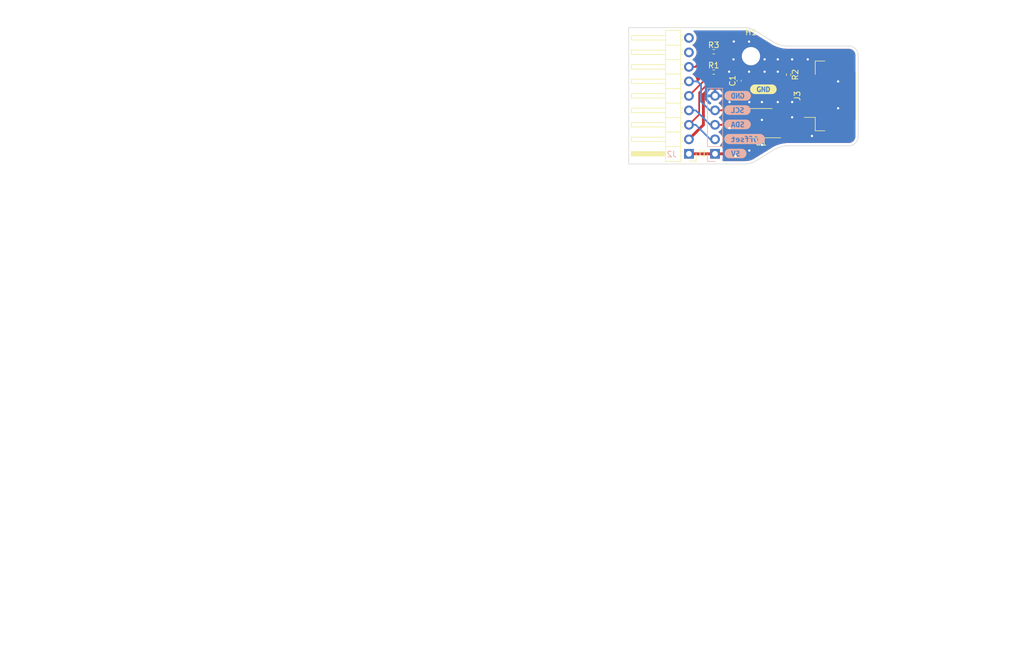
<source format=kicad_pcb>
(kicad_pcb (version 20240108) (generator "pcbnew") (generator_version "8.0")
  (layers (0 "F.Cu" signal) (31 "B.Cu" signal) (34 "B.Paste" user) (35 "F.Paste" user) (36 "B.SilkS" user "B.Silkscreen") (37 "F.SilkS" user "F.Silkscreen") (38 "B.Mask" user) (39 "F.Mask" user) (44 "Edge.Cuts" user))
  (net 0 "")
  (net 1 "Offset")
  (net 2 "GND")
  (net 3 "+5V")
  (net 4 "-5V")
  (net 5 "SDA")
  (net 6 "Net-(J1-Pad5)")
  (net 7 "SCL")
  (net 8 "Net-(J1-Pad7)")
  (net 9 "-12V")
  (net 10 "+12V")
  (footprint "MountingHole:MountingHole_3.2mm_M3" (layer "F.Cu") (at 151.58 82.54)
    (property "Reference" "H1" (at 0 -4.2 0) (layer "F.SilkS"))
    (property "Value" "MountingHole")
    (pad "" np_thru_hole circle (at 0 0) (size 3.2 3.2) (drill 3.2) (layers "*.Cu" "*.Mask"))
  )
  (footprint "Resistor_SMD:R_0402_1005Metric_Pad0.72x0.64mm_HandSolder" (layer "F.Cu") (at 145.055 85.33)
    (property "Reference" "R1" (at 0 -1.17 0) (layer "F.SilkS"))
    (property "Value" "46.4k")
    (fp_line (start -0.167621 -0.38) (end 0.167621 -0.38) (stroke (width 0.12)) (layer "F.SilkS"))
    (fp_line (start -0.167621 0.38) (end 0.167621 0.38) (stroke (width 0.12)) (layer "F.SilkS"))
    (pad "1" smd roundrect (at -0.5975 0) (size 0.715 0.64) (layers "F.Cu" "F.Paste" "F.Mask") (net 6 "Net-(J1-Pad5)"))
    (pad "2" smd roundrect (at 0.5975 0) (size 0.715 0.64) (layers "F.Cu" "F.Paste" "F.Mask") (net 2 "GND"))
  )
  (footprint "Resistor_SMD:R_0402_1005Metric_Pad0.72x0.64mm_HandSolder" (layer "F.Cu") (at 145.055 81.755)
    (property "Reference" "R3" (at 0 -1.17 0) (layer "F.SilkS"))
    (property "Value" "10k")
    (fp_line (start -0.167621 -0.38) (end 0.167621 -0.38) (stroke (width 0.12)) (layer "F.SilkS"))
    (fp_line (start -0.167621 0.38) (end 0.167621 0.38) (stroke (width 0.12)) (layer "F.SilkS"))
    (pad "1" smd roundrect (at -0.5975 0) (size 0.715 0.64) (layers "F.Cu" "F.Paste" "F.Mask") (net 8 "Net-(J1-Pad7)"))
    (pad "2" smd roundrect (at 0.5975 0) (size 0.715 0.64) (layers "F.Cu" "F.Paste" "F.Mask") (net 2 "GND"))
  )
  (footprint "Connector_Molex:Molex_CLIK-Mate_502494-0470_1x04-1MP_P2.00mm_Horizontal" (layer "F.Cu") (at 164.755 89.505 90)
    (property "Reference" "J3" (at 0 -5.05 90) (layer "F.SilkS"))
    (property "Value" "Molex 502494-0470")
    (fp_line (start 6.11 -1.91) (end 3.76 -1.91) (stroke (width 0.12)) (layer "F.SilkS"))
    (fp_line (start -3.76 -1.91) (end -3.76 -3.85) (stroke (width 0.12)) (layer "F.SilkS"))
    (fp_line (start -6.11 -1.91) (end -3.76 -1.91) (stroke (width 0.12)) (layer "F.SilkS"))
    (fp_line (start 6.11 -0.21) (end 6.11 -1.91) (stroke (width 0.12)) (layer "F.SilkS"))
    (fp_line (start -6.11 -0.21) (end -6.11 -1.91) (stroke (width 0.12)) (layer "F.SilkS"))
    (fp_line (start -4.19 5.26) (end 4.19 5.26) (stroke (width 0.12)) (layer "F.SilkS"))
    (pad "1" smd roundrect (at -3 -2.5 90) (size 1 2.7) (layers "F.Cu" "F.Paste" "F.Mask") (net 3 "+5V"))
    (pad "2" smd roundrect (at -1 -2.5 90) (size 1 2.7) (layers "F.Cu" "F.Paste" "F.Mask") (net 2 "GND"))
    (pad "3" smd roundrect (at 1 -2.5 90) (size 1 2.7) (layers "F.Cu" "F.Paste" "F.Mask") (net 4 "-5V"))
    (pad "4" smd roundrect (at 3 -2.5 90) (size 1 2.7) (layers "F.Cu" "F.Paste" "F.Mask") (net 1 "Offset"))
    (pad "MP" smd roundrect (at -5.35 1.95 90) (size 1.8 3.8) (layers "F.Cu" "F.Paste" "F.Mask") (roundrect_rratio 0.1388888889))
    (pad "MP" smd roundrect (at 5.35 1.95 90) (size 1.8 3.8) (layers "F.Cu" "F.Paste" "F.Mask") (roundrect_rratio 0.1388888889))
  )
  (footprint "Package_SO:SOIC-8_3.9x4.9mm_P1.27mm" (layer "F.Cu") (at 153.355 94.28 180)
    (property "Reference" "U1" (at 0 -3.4 0) (layer "F.SilkS"))
    (property "Value" "M24C02-FMN")
    (fp_line (start 0 2.56) (end 1.95 2.56) (stroke (width 0.12)) (layer "F.SilkS"))
    (fp_line (start 0 2.56) (end -1.95 2.56) (stroke (width 0.12)) (layer "F.SilkS"))
    (fp_line (start 0 -2.56) (end 1.95 -2.56) (stroke (width 0.12)) (layer "F.SilkS"))
    (fp_line (start 0 -2.56) (end -3.45 -2.56) (stroke (width 0.12)) (layer "F.SilkS"))
    (pad "1" smd roundrect (at -2.475 -1.905 180) (size 1.95 0.6) (layers "F.Cu" "F.Paste" "F.Mask") (net 3 "+5V"))
    (pad "2" smd roundrect (at -2.475 -0.635 180) (size 1.95 0.6) (layers "F.Cu" "F.Paste" "F.Mask") (net 2 "GND"))
    (pad "3" smd roundrect (at -2.475 0.635 180) (size 1.95 0.6) (layers "F.Cu" "F.Paste" "F.Mask") (net 2 "GND"))
    (pad "4" smd roundrect (at -2.475 1.905 180) (size 1.95 0.6) (layers "F.Cu" "F.Paste" "F.Mask") (net 2 "GND"))
    (pad "5" smd roundrect (at 2.475 1.905 180) (size 1.95 0.6) (layers "F.Cu" "F.Paste" "F.Mask") (net 5 "SDA"))
    (pad "6" smd roundrect (at 2.475 0.635 180) (size 1.95 0.6) (layers "F.Cu" "F.Paste" "F.Mask") (net 7 "SCL"))
    (pad "7" smd roundrect (at 2.475 -0.635 180) (size 1.95 0.6) (layers "F.Cu" "F.Paste" "F.Mask") (net 2 "GND"))
    (pad "8" smd roundrect (at 2.475 -1.905 180) (size 1.95 0.6) (layers "F.Cu" "F.Paste" "F.Mask") (net 3 "+5V"))
  )
  (footprint "Resistor_SMD:R_0402_1005Metric_Pad0.72x0.64mm_HandSolder" (layer "F.Cu") (at 158.18 85.78 -90)
    (property "Reference" "R2" (at 0 -1.17 90) (layer "F.SilkS"))
    (property "Value" "4k7")
    (fp_line (start -0.167621 0.38) (end 0.167621 0.38) (stroke (width 0.12)) (layer "F.SilkS"))
    (fp_line (start -0.167621 -0.38) (end 0.167621 -0.38) (stroke (width 0.12)) (layer "F.SilkS"))
    (pad "1" smd roundrect (at -0.5975 0 270) (size 0.715 0.64) (layers "F.Cu" "F.Paste" "F.Mask") (net 2 "GND"))
    (pad "2" smd roundrect (at 0.5975 0 270) (size 0.715 0.64) (layers "F.Cu" "F.Paste" "F.Mask") (net 1 "Offset"))
  )
  (footprint "Capacitor_SMD:C_0402_1005Metric_Pad0.74x0.62mm_HandSolder" (layer "F.Cu") (at 149.505 86.855 90)
    (property "Reference" "C1" (at 0 -1.16 90) (layer "F.SilkS"))
    (property "Value" "100nF")
    (fp_line (start -0.115835 -0.36) (end 0.115835 -0.36) (stroke (width 0.12)) (layer "F.SilkS"))
    (fp_line (start -0.115835 0.36) (end 0.115835 0.36) (stroke (width 0.12)) (layer "F.SilkS"))
    (pad "1" smd roundrect (at -0.5675 0 90) (size 0.735 0.62) (layers "F.Cu" "F.Paste" "F.Mask") (net 1 "Offset"))
    (pad "2" smd roundrect (at 0.5675 0 90) (size 0.735 0.62) (layers "F.Cu" "F.Paste" "F.Mask") (net 2 "GND"))
  )
  (footprint "Connector_PinHeader_2.54mm:PinHeader_1x09_P2.54mm_Horizontal" (layer "F.Cu") (at 140.705 99.655 180)
    (property "Reference" "J1" (at -2.3 0.05 0) (layer "F.SilkS"))
    (property "Value" "Conn_01x09")
    (fp_line (start 10.1 20.7) (end 4.1 20.7) (stroke (width 0.12)) (layer "F.SilkS"))
    (fp_line (start 10.1 19.94) (end 10.1 20.7) (stroke (width 0.12)) (layer "F.SilkS"))
    (fp_line (start 10.1 18.16) (end 4.1 18.16) (stroke (width 0.12)) (layer "F.SilkS"))
    (fp_line (start 10.1 17.4) (end 10.1 18.16) (stroke (width 0.12)) (layer "F.SilkS"))
    (fp_line (start 10.1 15.62) (end 4.1 15.62) (stroke (width 0.12)) (layer "F.SilkS"))
    (fp_line (start 10.1 14.86) (end 10.1 15.62) (stroke (width 0.12)) (layer "F.SilkS"))
    (fp_line (start 10.1 13.08) (end 4.1 13.08) (stroke (width 0.12)) (layer "F.SilkS"))
    (fp_line (start 10.1 12.32) (end 10.1 13.08) (stroke (width 0.12)) (layer "F.SilkS"))
    (fp_line (start 10.1 10.54) (end 4.1 10.54) (stroke (width 0.12)) (layer "F.SilkS"))
    (fp_line (start 10.1 9.78) (end 10.1 10.54) (stroke (width 0.12)) (layer "F.SilkS"))
    (fp_line (start 10.1 8) (end 4.1 8) (stroke (width 0.12)) (layer "F.SilkS"))
    (fp_line (start 10.1 7.24) (end 10.1 8) (stroke (width 0.12)) (layer "F.SilkS"))
    (fp_line (start 10.1 5.46) (end 4.1 5.46) (stroke (width 0.12)) (layer "F.SilkS"))
    (fp_line (start 10.1 4.7) (end 10.1 5.46) (stroke (width 0.12)) (layer "F.SilkS"))
    (fp_line (start 10.1 2.92) (end 4.1 2.92) (stroke (width 0.12)) (layer "F.SilkS"))
    (fp_line (start 10.1 2.16) (end 10.1 2.92) (stroke (width 0.12)) (layer "F.SilkS"))
    (fp_line (start 10.1 0.38) (end 4.1 0.38) (stroke (width 0.12)) (layer "F.SilkS"))
    (fp_line (start 10.1 -0.38) (end 10.1 0.38) (stroke (width 0.12)) (layer "F.SilkS"))
    (fp_line (start 4.1 21.65) (end 4.1 -1.33) (stroke (width 0.12)) (layer "F.SilkS"))
    (fp_line (start 4.1 19.94) (end 10.1 19.94) (stroke (width 0.12)) (layer "F.SilkS"))
    (fp_line (start 4.1 17.4) (end 10.1 17.4) (stroke (width 0.12)) (layer "F.SilkS"))
    (fp_line (start 4.1 14.86) (end 10.1 14.86) (stroke (width 0.12)) (layer "F.SilkS"))
    (fp_line (start 4.1 12.32) (end 10.1 12.32) (stroke (width 0.12)) (layer "F.SilkS"))
    (fp_line (start 4.1 9.78) (end 10.1 9.78) (stroke (width 0.12)) (layer "F.SilkS"))
    (fp_line (start 4.1 7.24) (end 10.1 7.24) (stroke (width 0.12)) (layer "F.SilkS"))
    (fp_line (start 4.1 4.7) (end 10.1 4.7) (stroke (width 0.12)) (layer "F.SilkS"))
    (fp_line (start 4.1 2.16) (end 10.1 2.16) (stroke (width 0.12)) (layer "F.SilkS"))
    (fp_line (start 4.1 0.28) (end 10.1 0.28) (stroke (width 0.12)) (layer "F.SilkS"))
    (fp_line (start 4.1 0.16) (end 10.1 0.16) (stroke (width 0.12)) (layer "F.SilkS"))
    (fp_line (start 4.1 0.04) (end 10.1 0.04) (stroke (width 0.12)) (layer "F.SilkS"))
    (fp_line (start 4.1 -0.08) (end 10.1 -0.08) (stroke (width 0.12)) (layer "F.SilkS"))
    (fp_line (start 4.1 -0.2) (end 10.1 -0.2) (stroke (width 0.12)) (layer "F.SilkS"))
    (fp_line (start 4.1 -0.32) (end 10.1 -0.32) (stroke (width 0.12)) (layer "F.SilkS"))
    (fp_line (start 4.1 -0.38) (end 10.1 -0.38) (stroke (width 0.12)) (layer "F.SilkS"))
    (fp_line (start 4.1 -1.33) (end 1.44 -1.33) (stroke (width 0.12)) (layer "F.SilkS"))
    (fp_line (start 1.44 21.65) (end 4.1 21.65) (stroke (width 0.12)) (layer "F.SilkS"))
    (fp_line (start 1.44 19.05) (end 4.1 19.05) (stroke (width 0.12)) (layer "F.SilkS"))
    (fp_line (start 1.44 16.51) (end 4.1 16.51) (stroke (width 0.12)) (layer "F.SilkS"))
    (fp_line (start 1.44 13.97) (end 4.1 13.97) (stroke (width 0.12)) (layer "F.SilkS"))
    (fp_line (start 1.44 11.43) (end 4.1 11.43) (stroke (width 0.12)) (layer "F.SilkS"))
    (fp_line (start 1.44 8.89) (end 4.1 8.89) (stroke (width 0.12)) (layer "F.SilkS"))
    (fp_line (start 1.44 6.35) (end 4.1 6.35) (stroke (width 0.12)) (layer "F.SilkS"))
    (fp_line (start 1.44 3.81) (end 4.1 3.81) (stroke (width 0.12)) (layer "F.SilkS"))
    (fp_line (start 1.44 1.27) (end 4.1 1.27) (stroke (width 0.12)) (layer "F.SilkS"))
    (fp_line (start 1.44 -1.33) (end 1.44 21.65) (stroke (width 0.12)) (layer "F.SilkS"))
    (fp_line (start 1.11 0.38) (end 1.44 0.38) (stroke (width 0.12)) (layer "F.SilkS"))
    (fp_line (start 1.11 -0.38) (end 1.44 -0.38) (stroke (width 0.12)) (layer "F.SilkS"))
    (fp_line (start 1.042929 20.7) (end 1.44 20.7) (stroke (width 0.12)) (layer "F.SilkS"))
    (fp_line (start 1.042929 19.94) (end 1.44 19.94) (stroke (width 0.12)) (layer "F.SilkS"))
    (fp_line (start 1.042929 18.16) (end 1.44 18.16) (stroke (width 0.12)) (layer "F.SilkS"))
    (fp_line (start 1.042929 17.4) (end 1.44 17.4) (stroke (width 0.12)) (layer "F.SilkS"))
    (fp_line (start 1.042929 15.62) (end 1.44 15.62) (stroke (width 0.12)) (layer "F.SilkS"))
    (fp_line (start 1.042929 14.86) (end 1.44 14.86) (stroke (width 0.12)) (layer "F.SilkS"))
    (fp_line (start 1.042929 13.08) (end 1.44 13.08) (stroke (width 0.12)) (layer "F.SilkS"))
    (fp_line (start 1.042929 12.32) (end 1.44 12.32) (stroke (width 0.12)) (layer "F.SilkS"))
    (fp_line (start 1.042929 10.54) (end 1.44 10.54) (stroke (width 0.12)) (layer "F.SilkS"))
    (fp_line (start 1.042929 9.78) (end 1.44 9.78) (stroke (width 0.12)) (layer "F.SilkS"))
    (fp_line (start 1.042929 8) (end 1.44 8) (stroke (width 0.12)) (layer "F.SilkS"))
    (fp_line (start 1.042929 7.24) (end 1.44 7.24) (stroke (width 0.12)) (layer "F.SilkS"))
    (fp_line (start 1.042929 5.46) (end 1.44 5.46) (stroke (width 0.12)) (layer "F.SilkS"))
    (fp_line (start 1.042929 4.7) (end 1.44 4.7) (stroke (width 0.12)) (layer "F.SilkS"))
    (fp_line (start 1.042929 2.92) (end 1.44 2.92) (stroke (width 0.12)) (layer "F.SilkS"))
    (fp_line (start 1.042929 2.16) (end 1.44 2.16) (stroke (width 0.12)) (layer "F.SilkS"))
    (fp_line (start -1.27 0) (end -1.27 -1.27) (stroke (width 0.12)) (layer "F.SilkS"))
    (fp_line (start -1.27 -1.27) (end 0 -1.27) (stroke (width 0.12)) (layer "F.SilkS"))
    (pad "1" thru_hole rect (at 0 0 180) (size 1.7 1.7) (drill 1) (layers "*.Cu" "*.Mask") (net 3 "+5V"))
    (pad "2" thru_hole oval (at 0 2.54 180) (size 1.7 1.7) (drill 1) (layers "*.Cu" "*.Mask") (net 4 "-5V"))
    (pad "3" thru_hole oval (at 0 5.08 180) (size 1.7 1.7) (drill 1) (layers "*.Cu" "*.Mask") (net 1 "Offset"))
    (pad "4" thru_hole oval (at 0 7.62 180) (size 1.7 1.7) (drill 1) (layers "*.Cu" "*.Mask") (net 5 "SDA"))
    (pad "5" thru_hole oval (at 0 10.16 180) (size 1.7 1.7) (drill 1) (layers "*.Cu" "*.Mask") (net 6 "Net-(J1-Pad5)"))
    (pad "6" thru_hole oval (at 0 12.7 180) (size 1.7 1.7) (drill 1) (layers "*.Cu" "*.Mask") (net 7 "SCL"))
    (pad "7" thru_hole oval (at 0 15.24 180) (size 1.7 1.7) (drill 1) (layers "*.Cu" "*.Mask") (net 8 "Net-(J1-Pad7)"))
    (pad "8" thru_hole oval (at 0 17.78 180) (size 1.7 1.7) (drill 1) (layers "*.Cu" "*.Mask") (net 9 "-12V"))
    (pad "9" thru_hole oval (at 0 20.32 180) (size 1.7 1.7) (drill 1) (layers "*.Cu" "*.Mask") (net 10 "+12V"))
  )
  (footprint "kibuzzard-63088F52" (layer "F.Cu") (at 153.76 88.34)
    (property "Reference" "kibuzzard-63088F52" (hide yes))
    (property "Value" "G***" (hide yes))
    (fp_poly (pts (xy 0.677863 0.333375) (xy 0.695325 0.334962) (xy 0.712788 0.334962) (xy 0.824706 0.309562) (xy 0.897731 0.239712) (xy 0.937419 0.134144) (xy 0.946348 0.070048) (xy 0.949325 0) (xy 0.9398 -0.123825) (xy 0.906463 -0.230188) (xy 0.841375 -0.304006) (xy 0.735013 -0.331788) (xy 0.706438 -0.330994) (xy 0.677863 -0.327025) (xy 0.677863 0.333375)) (fill solid) (layer "F.SilkS"))
    (fp_poly (pts (xy -1.147762 -0.843492) (xy -1.478492 -0.843492) (xy -1.561168 -0.83943) (xy -1.643049 -0.827284) (xy -1.723344 -0.807171) (xy -1.801282 -0.779285) (xy -1.876111 -0.743893) (xy -1.947111 -0.701338) (xy -2.013597 -0.652028) (xy -2.07493 -0.596439) (xy -2.13052 -0.535105) (xy -2.179829 -0.468619) (xy -2.222385 -0.397619) (xy -2.257776 -0.32279) (xy -2.285663 -0.244853) (xy -2.305776 -0.164557) (xy -2.317922 -0.082677) (xy -2.321983 0) (xy -2.317922 0.082677) (xy -2.305776 0.164557) (xy -2.285663 0.244853) (xy -2.257776 0.32279) (xy -2.222385 0.397619) (xy -2.179829 0.468619) (xy -2.13052 0.535105) (xy -2.07493 0.596439) (xy -2.013597 0.652028) (xy -1.947111 0.701338) (xy -1.876111 0.743893) (xy -1.801282 0.779285) (xy -1.723344 0.807171) (xy -1.643049 0.827284) (xy -1.561168 0.83943) (xy -1.478492 0.843492) (xy -1.147762 0.843492) (xy -0.746125 0.843492) (xy -0.746125 0.512762) (xy -0.833636 0.504627) (xy -0.912019 0.480219) (xy -0.98048 0.439737) (xy -1.038225 0.383381) (xy -1.084659 0.31115) (xy -1.119187 0.223044) (xy -1.140619 0.119261) (xy -1.147762 0) (xy -1.139428 -0.11807) (xy -1.114425 -0.221456) (xy -1.075134 -0.309761) (xy -1.023937 -0.382588) (xy -0.961628 -0.439539) (xy -0.889 -0.480219) (xy -0.808434 -0.504627) (xy -0.722312 -0.512763) (xy -0.619919 -0.504031) (xy -0.541337 -0.484188) (xy -0.486569 -0.460375) (xy -0.454025 -0.441325) (xy -0.504825 -0.28575) (xy -0.59055 -0.325438) (xy -0.695325 -0.3429) (xy -0.8128 -0.3175) (xy -0.891381 -0.246856) (xy -0.935831 -0.138906) (xy -0.945952 -0.072827) (xy -0.949325 0) (xy -0.943151 0.107156) (xy -0.924631 0.193675) (xy -0.893762 0.259556) (xy -0.825103 0.322064) (xy -0.73025 0.3429) (xy -0.69215 0.341312) (xy -0.65405 0.33655) (xy -0.65405 -0.022225) (xy -0.458787 -0.022225) (xy -0.458787 0.468312) (xy -0.567531 0.496887) (xy -0.649089 0.508794) (xy -0.746125 0.512762) (xy -0.746125 0.843492) (xy 0.166688 0.843492) (xy 0.166688 0.492125) (xy 0.120915 0.383205) (xy 0.072496 0.274461) (xy 0.021431 0.165894) (xy -0.032279 0.057326) (xy -0.088635 -0.051417) (xy -0.147637 -0.160338) (xy -0.147637 0.492125) (xy -0.32385 0.492125) (xy -0.32385 -0.490538) (xy -0.166687 -0.490538) (xy -0.122237 -0.417711) (xy -0.077787 -0.338931) (xy -0.033933 -0.257373) (xy 0.008731 -0.176213) (xy 0.049213 -0.096441) (xy 0.086519 -0.01905) (xy 0.119658 0.052387) (xy 0.147638 0.1143) (xy 0.147638 -0.490538) (xy 0.32385 -0.490538) (xy 0.32385 0.492125) (xy 0.166688 0.492125) (xy 0.166688 0.843492) (xy 0.69215 0.843492) (xy 0.69215 0.504825) (xy 0.589756 0.499269) (xy 0.4826 0.481012) (xy 0.4826 -0.477838) (xy 0.608013 -0.496888) (xy 0.71755 -0.50165) (xy 0.81022 -0.494506) (xy 0.894556 -0.473075) (xy 0.968573 -0.436364) (xy 1.030288 -0.383381) (xy 1.079698 -0.313928) (xy 1.116806 -0.227806) (xy 1.140023 -0.123627) (xy 1.147763 0) (xy 1.13923 0.126405) (xy 1.113631 0.232569) (xy 1.072952 0.319683) (xy 1.019175 0.388937) (xy 0.953095 0.441127) (xy 0.875506 0.477044) (xy 0.787995 0.49788) (xy 0.69215 0.504825) (xy 0.69215 0.843492) (xy 1.147763 0.843492) (xy 1.478492 0.843492) (xy 1.561168 0.83943) (xy 1.643049 0.827284) (xy 1.723344 0.807171) (xy 1.801282 0.779285) (xy 1.876111 0.743893) (xy 1.947111 0.701338) (xy 2.013597 0.652028) (xy 2.07493 0.596439) (xy 2.13052 0.535105) (xy 2.179829 0.468619) (xy 2.222385 0.397619) (xy 2.257776 0.32279) (xy 2.285663 0.244853) (xy 2.305776 0.164557) (xy 2.317922 0.082677) (xy 2.321983 0) (xy 2.317922 -0.082677) (xy 2.305776 -0.164557) (xy 2.285663 -0.244853) (xy 2.257776 -0.32279) (xy 2.222385 -0.397619) (xy 2.179829 -0.468619) (xy 2.13052 -0.535105) (xy 2.07493 -0.596439) (xy 2.013597 -0.652028) (xy 1.947111 -0.701338) (xy 1.876111 -0.743893) (xy 1.801282 -0.779285) (xy 1.723344 -0.807171) (xy 1.643049 -0.827284) (xy 1.561168 -0.83943) (xy 1.478492 -0.843492) (xy 1.147763 -0.843492) (xy -1.147762 -0.843492)) (fill solid) (layer "F.SilkS"))
  )
  (footprint "kibuzzard-63088F9B" (layer "B.Cu") (at 149.255 89.48 180)
    (property "Reference" "kibuzzard-63088F9B" (hide yes))
    (property "Value" "G***" (hide yes))
    (fp_poly (pts (xy 0.677863 -0.333375) (xy 0.695325 -0.334962) (xy 0.712788 -0.334962) (xy 0.824706 -0.309562) (xy 0.897731 -0.239712) (xy 0.937419 -0.134144) (xy 0.946348 -0.070048) (xy 0.949325 0) (xy 0.9398 0.123825) (xy 0.906463 0.230188) (xy 0.841375 0.304006) (xy 0.735013 0.331788) (xy 0.706438 0.330994) (xy 0.677863 0.327025) (xy 0.677863 -0.333375)) (fill solid) (layer "B.SilkS"))
    (fp_poly (pts (xy -1.147762 0.843492) (xy -1.478492 0.843492) (xy -1.561168 0.83943) (xy -1.643049 0.827284) (xy -1.723344 0.807171) (xy -1.801282 0.779285) (xy -1.876111 0.743893) (xy -1.947111 0.701338) (xy -2.013597 0.652028) (xy -2.07493 0.596439) (xy -2.13052 0.535105) (xy -2.179829 0.468619) (xy -2.222385 0.397619) (xy -2.257776 0.32279) (xy -2.285663 0.244853) (xy -2.305776 0.164557) (xy -2.317922 0.082677) (xy -2.321983 0) (xy -2.317922 -0.082677) (xy -2.305776 -0.164557) (xy -2.285663 -0.244853) (xy -2.257776 -0.32279) (xy -2.222385 -0.397619) (xy -2.179829 -0.468619) (xy -2.13052 -0.535105) (xy -2.07493 -0.596439) (xy -2.013597 -0.652028) (xy -1.947111 -0.701338) (xy -1.876111 -0.743893) (xy -1.801282 -0.779285) (xy -1.723344 -0.807171) (xy -1.643049 -0.827284) (xy -1.561168 -0.83943) (xy -1.478492 -0.843492) (xy -1.147762 -0.843492) (xy -0.746125 -0.843492) (xy -0.746125 -0.512762) (xy -0.833636 -0.504627) (xy -0.912019 -0.480219) (xy -0.98048 -0.439737) (xy -1.038225 -0.383381) (xy -1.084659 -0.31115) (xy -1.119187 -0.223044) (xy -1.140619 -0.119261) (xy -1.147762 0) (xy -1.139428 0.11807) (xy -1.114425 0.221456) (xy -1.075134 0.309761) (xy -1.023937 0.382588) (xy -0.961628 0.439539) (xy -0.889 0.480219) (xy -0.808434 0.504627) (xy -0.722312 0.512763) (xy -0.619919 0.504031) (xy -0.541337 0.484188) (xy -0.486569 0.460375) (xy -0.454025 0.441325) (xy -0.504825 0.28575) (xy -0.59055 0.325438) (xy -0.695325 0.3429) (xy -0.8128 0.3175) (xy -0.891381 0.246856) (xy -0.935831 0.138906) (xy -0.945952 0.072827) (xy -0.949325 0) (xy -0.943151 -0.107156) (xy -0.924631 -0.193675) (xy -0.893762 -0.259556) (xy -0.825103 -0.322064) (xy -0.73025 -0.3429) (xy -0.69215 -0.341312) (xy -0.65405 -0.33655) (xy -0.65405 0.022225) (xy -0.458787 0.022225) (xy -0.458787 -0.468312) (xy -0.567531 -0.496887) (xy -0.649089 -0.508794) (xy -0.746125 -0.512762) (xy -0.746125 -0.843492) (xy 0.166688 -0.843492) (xy 0.166688 -0.492125) (xy 0.120915 -0.383205) (xy 0.072496 -0.274461) (xy 0.021431 -0.165894) (xy -0.032279 -0.057326) (xy -0.088635 0.051417) (xy -0.147637 0.160338) (xy -0.147637 -0.492125) (xy -0.32385 -0.492125) (xy -0.32385 0.490538) (xy -0.166687 0.490538) (xy -0.122237 0.417711) (xy -0.077787 0.338931) (xy -0.033933 0.257373) (xy 0.008731 0.176213) (xy 0.049213 0.096441) (xy 0.086519 0.01905) (xy 0.119658 -0.052387) (xy 0.147638 -0.1143) (xy 0.147638 0.490538) (xy 0.32385 0.490538) (xy 0.32385 -0.492125) (xy 0.166688 -0.492125) (xy 0.166688 -0.843492) (xy 0.69215 -0.843492) (xy 0.69215 -0.504825) (xy 0.589756 -0.499269) (xy 0.4826 -0.481012) (xy 0.4826 0.477838) (xy 0.608013 0.496888) (xy 0.71755 0.50165) (xy 0.81022 0.494506) (xy 0.894556 0.473075) (xy 0.968573 0.436364) (xy 1.030288 0.383381) (xy 1.079698 0.313928) (xy 1.116806 0.227806) (xy 1.140023 0.123627) (xy 1.147763 0) (xy 1.13923 -0.126405) (xy 1.113631 -0.232569) (xy 1.072952 -0.319683) (xy 1.019175 -0.388937) (xy 0.953095 -0.441127) (xy 0.875506 -0.477044) (xy 0.787995 -0.49788) (xy 0.69215 -0.504825) (xy 0.69215 -0.843492) (xy 1.147763 -0.843492) (xy 1.478492 -0.843492) (xy 1.561168 -0.83943) (xy 1.643049 -0.827284) (xy 1.723344 -0.807171) (xy 1.801282 -0.779285) (xy 1.876111 -0.743893) (xy 1.947111 -0.701338) (xy 2.013597 -0.652028) (xy 2.07493 -0.596439) (xy 2.13052 -0.535105) (xy 2.179829 -0.468619) (xy 2.222385 -0.397619) (xy 2.257776 -0.32279) (xy 2.285663 -0.244853) (xy 2.305776 -0.164557) (xy 2.317922 -0.082677) (xy 2.321983 0) (xy 2.317922 0.082677) (xy 2.305776 0.164557) (xy 2.285663 0.244853) (xy 2.257776 0.32279) (xy 2.222385 0.397619) (xy 2.179829 0.468619) (xy 2.13052 0.535105) (xy 2.07493 0.596439) (xy 2.013597 0.652028) (xy 1.947111 0.701338) (xy 1.876111 0.743893) (xy 1.801282 0.779285) (xy 1.723344 0.807171) (xy 1.643049 0.827284) (xy 1.561168 0.83943) (xy 1.478492 0.843492) (xy 1.147763 0.843492) (xy -1.147762 0.843492)) (fill solid) (layer "B.SilkS"))
  )
  (footprint "kibuzzard-63088BD7" (layer "B.Cu") (at 149.229606 94.50043 180)
    (property "Reference" "kibuzzard-63088BD7" (hide yes))
    (property "Value" "G***" (hide yes))
    (fp_poly (pts (xy 0.767556 0.300038) (xy 0.738188 0.194469) (xy 0.712788 0.096044) (xy 0.690563 -0.001587) (xy 0.670719 -0.103187) (xy 0.862806 -0.103187) (xy 0.843756 -0.001587) (xy 0.822325 0.096044) (xy 0.796925 0.194469) (xy 0.767556 0.300038)) (fill solid) (layer "B.SilkS"))
    (fp_poly (pts (xy -0.140494 -0.333375) (xy -0.123031 -0.334962) (xy -0.105569 -0.334962) (xy 0.00635 -0.309562) (xy 0.079375 -0.239712) (xy 0.119063 -0.134144) (xy 0.127992 -0.070048) (xy 0.130969 0) (xy 0.121444 0.123825) (xy 0.088106 0.230188) (xy 0.023019 0.304006) (xy -0.083344 0.331788) (xy -0.111919 0.330994) (xy -0.140494 0.327025) (xy -0.140494 -0.333375)) (fill solid) (layer "B.SilkS"))
    (fp_poly (pts (xy -1.151731 0.843492) (xy -1.48246 0.843492) (xy -1.565137 0.83943) (xy -1.647017 0.827284) (xy -1.727313 0.807171) (xy -1.805251 0.779285) (xy -1.88008 0.743893) (xy -1.951079 0.701338) (xy -2.017566 0.652028) (xy -2.078899 0.596439) (xy -2.134488 0.535105) (xy -2.183798 0.468619) (xy -2.226354 0.397619) (xy -2.261745 0.32279) (xy -2.289632 0.244853) (xy -2.309745 0.164557) (xy -2.32189 0.082677) (xy -2.325952 0) (xy -2.32189 -0.082677) (xy -2.309745 -0.164557) (xy -2.289632 -0.244853) (xy -2.261745 -0.32279) (xy -2.226354 -0.397619) (xy -2.183798 -0.468619) (xy -2.134488 -0.535105) (xy -2.078899 -0.596439) (xy -2.017566 -0.652028) (xy -1.951079 -0.701338) (xy -1.88008 -0.743893) (xy -1.805251 -0.779285) (xy -1.727313 -0.807171) (xy -1.647017 -0.827284) (xy -1.565137 -0.83943) (xy -1.48246 -0.843492) (xy -1.151731 -0.843492) (xy -0.846931 -0.843492) (xy -0.846931 -0.512762) (xy -0.956866 -0.506214) (xy -1.042194 -0.486569) (xy -1.151731 -0.43815) (xy -1.094581 -0.2794) (xy -0.992187 -0.327025) (xy -0.926108 -0.343694) (xy -0.846931 -0.34925) (xy -0.765175 -0.338931) (xy -0.713581 -0.310356) (xy -0.687387 -0.269081) (xy -0.680244 -0.22225) (xy -0.697706 -0.168275) (xy -0.742156 -0.126206) (xy -0.802481 -0.092869) (xy -0.869156 -0.065087) (xy -0.961231 -0.028575) (xy -1.04775 0.023813) (xy -1.112044 0.102394) (xy -1.137444 0.219075) (xy -1.11502 0.342106) (xy -1.04775 0.434975) (xy -0.980458 0.47819) (xy -0.898172 0.504119) (xy -0.800894 0.512763) (xy -0.716161 0.507603) (xy -0.642937 0.492125) (xy -0.529431 0.446088) (xy -0.586581 0.295275) (xy -0.674687 0.333375) (xy -0.786606 0.34925) (xy -0.873037 0.336726) (xy -0.924895 0.299156) (xy -0.942181 0.236538) (xy -0.926306 0.186531) (xy -0.885825 0.148431) (xy -0.830262 0.119063) (xy -0.769144 0.09525) (xy -0.6731 0.056356) (xy -0.581025 -0.000794) (xy -0.511969 -0.089694) (xy -0.491728 -0.14982) (xy -0.484981 -0.223837) (xy -0.507405 -0.346273) (xy -0.574675 -0.437356) (xy -0.64479 -0.479249) (xy -0.735542 -0.504384) (xy -0.846931 -0.512762) (xy -0.846931 -0.843492) (xy -0.126206 -0.843492) (xy -0.126206 -0.504825) (xy -0.2286 -0.499269) (xy -0.335756 -0.481012) (xy -0.335756 0.477838) (xy -0.210344 0.496888) (xy -0.100806 0.50165) (xy -0.008136 0.494506) (xy 0.0762 0.473075) (xy 0.150217 0.436364) (xy 0.211931 0.383381) (xy 0.261342 0.313928) (xy 0.29845 0.227806) (xy 0.321667 0.123627) (xy 0.329406 0) (xy 0.320873 -0.126405) (xy 0.295275 -0.232569) (xy 0.254595 -0.319683) (xy 0.200819 -0.388937) (xy 0.134739 -0.441127) (xy 0.05715 -0.477044) (xy -0.030361 -0.49788) (xy -0.126206 -0.504825) (xy -0.126206 -0.843492) (xy 0.942181 -0.843492) (xy 0.942181 -0.492125) (xy 0.896144 -0.265113) (xy 0.634206 -0.265113) (xy 0.589756 -0.492125) (xy 0.386556 -0.492125) (xy 0.41456 -0.377984) (xy 0.44269 -0.26797) (xy 0.470948 -0.162084) (xy 0.499332 -0.060325) (xy 0.527844 0.037306) (xy 0.563265 0.155228) (xy 0.598091 0.270073) (xy 0.632321 0.381843) (xy 0.665956 0.490538) (xy 0.878681 0.490538) (xy 0.913557 0.38095) (xy 0.948333 0.268089) (xy 0.98301 0.151954) (xy 1.017588 0.032544) (xy 1.045051 -0.065913) (xy 1.072198 -0.167608) (xy 1.099026 -0.272542) (xy 1.125538 -0.380714) (xy 1.151731 -0.492125) (xy 0.942181 -0.492125) (xy 0.942181 -0.843492) (xy 1.151731 -0.843492) (xy 1.48246 -0.843492) (xy 1.565137 -0.83943) (xy 1.647017 -0.827284) (xy 1.727313 -0.807171) (xy 1.805251 -0.779285) (xy 1.88008 -0.743893) (xy 1.951079 -0.701338) (xy 2.017566 -0.652028) (xy 2.078899 -0.596439) (xy 2.134488 -0.535105) (xy 2.183798 -0.468619) (xy 2.226354 -0.397619) (xy 2.261745 -0.32279) (xy 2.289632 -0.244853) (xy 2.309745 -0.164557) (xy 2.32189 -0.082677) (xy 2.325952 0) (xy 2.32189 0.082677) (xy 2.309745 0.164557) (xy 2.289632 0.244853) (xy 2.261745 0.32279) (xy 2.226354 0.397619) (xy 2.183798 0.468619) (xy 2.134488 0.535105) (xy 2.078899 0.596439) (xy 2.017566 0.652028) (xy 1.951079 0.701338) (xy 1.88008 0.743893) (xy 1.805251 0.779285) (xy 1.727313 0.807171) (xy 1.647017 0.827284) (xy 1.565137 0.83943) (xy 1.48246 0.843492) (xy 1.151731 0.843492) (xy -1.151731 0.843492)) (fill solid) (layer "B.SilkS"))
  )
  (footprint "Connector_PinHeader_2.54mm:PinHeader_1x05_P2.54mm_Vertical" (layer "B.Cu") (at 145.28 99.655)
    (property "Reference" "J2" (at -7.593809 0.075 0) (layer "B.SilkS") (effects (justify mirror)))
    (property "Value" "Conn_01x05")
    (fp_line (start -1.33 -11.49) (end 1.33 -11.49) (stroke (width 0.12)) (layer "B.SilkS"))
    (fp_line (start -1.33 -1.27) (end -1.33 -11.49) (stroke (width 0.12)) (layer "B.SilkS"))
    (fp_line (start -1.33 -1.27) (end 1.33 -1.27) (stroke (width 0.12)) (layer "B.SilkS"))
    (fp_line (start -1.33 0) (end -1.33 1.33) (stroke (width 0.12)) (layer "B.SilkS"))
    (fp_line (start -1.33 1.33) (end 0 1.33) (stroke (width 0.12)) (layer "B.SilkS"))
    (fp_line (start 1.33 -1.27) (end 1.33 -11.49) (stroke (width 0.12)) (layer "B.SilkS"))
    (pad "1" thru_hole rect (at 0 0) (size 1.7 1.7) (drill 1) (layers "*.Cu" "*.Mask") (net 3 "+5V"))
    (pad "2" thru_hole oval (at 0 -2.54) (size 1.7 1.7) (drill 1) (layers "*.Cu" "*.Mask") (net 1 "Offset"))
    (pad "3" thru_hole oval (at 0 -5.08) (size 1.7 1.7) (drill 1) (layers "*.Cu" "*.Mask") (net 5 "SDA"))
    (pad "4" thru_hole oval (at 0 -7.62) (size 1.7 1.7) (drill 1) (layers "*.Cu" "*.Mask") (net 7 "SCL"))
    (pad "5" thru_hole oval (at 0 -10.16) (size 1.7 1.7) (drill 1) (layers "*.Cu" "*.Mask") (net 2 "GND"))
  )
  (footprint "kibuzzard-63088BFC" (layer "B.Cu") (at 149.205 91.990215 180)
    (property "Reference" "kibuzzard-63088BFC" (hide yes))
    (property "Value" "G***" (hide yes))
    (fp_poly (pts (xy -1.127125 0.843492) (xy -1.457854 0.843492) (xy -1.540531 0.83943) (xy -1.622411 0.827284) (xy -1.702707 0.807171) (xy -1.780644 0.779285) (xy -1.855473 0.743893) (xy -1.926473 0.701338) (xy -1.99296 0.652028) (xy -2.054293 0.596439) (xy -2.109882 0.535105) (xy -2.159192 0.468619) (xy -2.201747 0.397619) (xy -2.237139 0.32279) (xy -2.265025 0.244853) (xy -2.285138 0.164557) (xy -2.297284 0.082677) (xy -2.301346 0) (xy -2.297284 -0.082677) (xy -2.285138 -0.164557) (xy -2.265025 -0.244853) (xy -2.237139 -0.32279) (xy -2.201747 -0.397619) (xy -2.159192 -0.468619) (xy -2.109882 -0.535105) (xy -2.054293 -0.596439) (xy -1.99296 -0.652028) (xy -1.926473 -0.701338) (xy -1.855473 -0.743893) (xy -1.780644 -0.779285) (xy -1.702707 -0.807171) (xy -1.622411 -0.827284) (xy -1.540531 -0.83943) (xy -1.457854 -0.843492) (xy -1.127125 -0.843492) (xy -0.822325 -0.843492) (xy -0.822325 -0.512762) (xy -0.932259 -0.506214) (xy -1.017587 -0.486569) (xy -1.127125 -0.43815) (xy -1.069975 -0.2794) (xy -0.967581 -0.327025) (xy -0.901502 -0.343694) (xy -0.822325 -0.34925) (xy -0.740569 -0.338931) (xy -0.688975 -0.310356) (xy -0.662781 -0.269081) (xy -0.655637 -0.22225) (xy -0.6731 -0.168275) (xy -0.71755 -0.126206) (xy -0.777875 -0.092869) (xy -0.84455 -0.065087) (xy -0.936625 -0.028575) (xy -1.023144 0.023813) (xy -1.087437 0.102394) (xy -1.112837 0.219075) (xy -1.090414 0.342106) (xy -1.023144 0.434975) (xy -0.955851 0.47819) (xy -0.873566 0.504119) (xy -0.776287 0.512763) (xy -0.691555 0.507603) (xy -0.618331 0.492125) (xy -0.504825 0.446088) (xy -0.561975 0.295275) (xy -0.650081 0.333375) (xy -0.762 0.34925) (xy -0.848431 0.336726) (xy -0.900289 0.299156) (xy -0.917575 0.236538) (xy -0.9017 0.186531) (xy -0.861219 0.148431) (xy -0.805656 0.119063) (xy -0.744537 0.09525) (xy -0.648494 0.056356) (xy -0.556419 -0.000794) (xy -0.487362 -0.089694) (xy -0.467122 -0.14982) (xy -0.460375 -0.223837) (xy -0.482798 -0.346273) (xy -0.550069 -0.437356) (xy -0.620183 -0.479249) (xy -0.710935 -0.504384) (xy -0.822325 -0.512762) (xy -0.822325 -0.843492) (xy 0.073025 -0.843492) (xy 0.073025 -0.512762) (xy -0.054681 -0.497946) (xy -0.160514 -0.453496) (xy -0.244475 -0.379412) (xy -0.292398 -0.305693) (xy -0.326628 -0.217884) (xy -0.347166 -0.115987) (xy -0.354012 0) (xy -0.345678 0.115491) (xy -0.320675 0.217488) (xy -0.280789 0.305395) (xy -0.227806 0.378619) (xy -0.162719 0.436563) (xy -0.086519 0.478631) (xy -0.000992 0.50423) (xy 0.092075 0.512763) (xy 0.186531 0.504031) (xy 0.26035 0.484188) (xy 0.313531 0.460375) (xy 0.346075 0.441325) (xy 0.295275 0.28575) (xy 0.207169 0.326231) (xy 0.0889 0.3429) (xy -0.000794 0.326231) (xy -0.078581 0.270669) (xy -0.134144 0.166688) (xy -0.150217 0.093663) (xy -0.155575 0.004763) (xy -0.149137 -0.09869) (xy -0.129822 -0.184679) (xy -0.097631 -0.253206) (xy -0.021233 -0.320477) (xy 0.092075 -0.3429) (xy 0.218281 -0.325437) (xy 0.29845 -0.290512) (xy 0.347663 -0.4445) (xy 0.235744 -0.491331) (xy 0.159742 -0.507405) (xy 0.073025 -0.512762) (xy 0.073025 -0.843492) (xy 1.127125 -0.843492) (xy 1.127125 -0.492125) (xy 0.509588 -0.492125) (xy 0.509588 0.490538) (xy 0.706438 0.490538) (xy 0.706438 -0.3302) (xy 1.127125 -0.3302) (xy 1.127125 -0.492125) (xy 1.127125 -0.843492) (xy 1.457854 -0.843492) (xy 1.540531 -0.83943) (xy 1.622411 -0.827284) (xy 1.702707 -0.807171) (xy 1.780644 -0.779285) (xy 1.855473 -0.743893) (xy 1.926473 -0.701338) (xy 1.99296 -0.652028) (xy 2.054293 -0.596439) (xy 2.109882 -0.535105) (xy 2.159192 -0.468619) (xy 2.201747 -0.397619) (xy 2.237139 -0.32279) (xy 2.265025 -0.244853) (xy 2.285138 -0.164557) (xy 2.297284 -0.082677) (xy 2.301346 0) (xy 2.297284 0.082677) (xy 2.285138 0.164557) (xy 2.265025 0.244853) (xy 2.237139 0.32279) (xy 2.201747 0.397619) (xy 2.159192 0.468619) (xy 2.109882 0.535105) (xy 2.054293 0.596439) (xy 1.99296 0.652028) (xy 1.926473 0.701338) (xy 1.855473 0.743893) (xy 1.780644 0.779285) (xy 1.702707 0.807171) (xy 1.622411 0.827284) (xy 1.540531 0.83943) (xy 1.457854 0.843492) (xy 1.127125 0.843492) (xy -1.127125 0.843492)) (fill solid) (layer "B.SilkS"))
  )
  (footprint "kibuzzard-63088C13" (layer "B.Cu") (at 150.463094 97.05827 180)
    (property "Reference" "kibuzzard-63088C13" (hide yes))
    (property "Value" "G***" (hide yes))
    (fp_poly (pts (xy 1.343819 -0.09525) (xy 1.335881 -0.037306) (xy 1.310481 0.0127) (xy 1.266031 0.048419) (xy 1.199356 0.061912) (xy 1.133475 0.049212) (xy 1.087437 0.014287) (xy 1.058862 -0.036512) (xy 1.045369 -0.09525) (xy 1.343819 -0.09525)) (fill solid) (layer "B.SilkS"))
    (fp_poly (pts (xy -2.139156 -0.047625) (xy -2.137767 -0.11688) (xy -2.1336 -0.181769) (xy -2.111375 -0.290512) (xy -2.064544 -0.363537) (xy -1.983581 -0.390525) (xy -1.903413 -0.363537) (xy -1.855788 -0.289719) (xy -1.833563 -0.180975) (xy -1.829395 -0.116681) (xy -1.828006 -0.047625) (xy -1.829395 0.02163) (xy -1.833563 0.086519) (xy -1.855788 0.195263) (xy -1.902619 0.268288) (xy -1.983581 0.295275) (xy -2.064544 0.268288) (xy -2.111375 0.194469) (xy -2.1336 0.085725) (xy -2.137767 0.021431) (xy -2.139156 -0.047625)) (fill solid) (layer "B.SilkS"))
    (fp_poly (pts (xy -2.337594 0.891117) (xy -2.668323 0.891117) (xy -2.755668 0.886826) (xy -2.842171 0.873994) (xy -2.927 0.852745) (xy -3.009339 0.823284) (xy -3.088392 0.785895) (xy -3.163401 0.740936) (xy -3.233641 0.688842) (xy -3.298438 0.630115) (xy -3.357165 0.565318) (xy -3.409259 0.495078) (xy -3.454218 0.420069) (xy -3.491607 0.341016) (xy -3.521068 0.258678) (xy -3.542317 0.173848) (xy -3.555149 0.087345) (xy -3.55944 0) (xy -3.555149 -0.087345) (xy -3.542317 -0.173848) (xy -3.521068 -0.258678) (xy -3.491607 -0.341016) (xy -3.454218 -0.420069) (xy -3.409259 -0.495078) (xy -3.357165 -0.565318) (xy -3.298438 -0.630115) (xy -3.233641 -0.688842) (xy -3.163401 -0.740936) (xy -3.088392 -0.785895) (xy -3.009339 -0.823284) (xy -2.927 -0.852745) (xy -2.842171 -0.873994) (xy -2.755668 -0.886826) (xy -2.668323 -0.891117) (xy -2.337594 -0.891117) (xy -1.981994 -0.891117) (xy -1.981994 -0.560388) (xy -2.088268 -0.546012) (xy -2.176374 -0.502885) (xy -2.246313 -0.431006) (xy -2.286248 -0.358527) (xy -2.314773 -0.27047) (xy -2.331889 -0.166836) (xy -2.337594 -0.047625) (xy -2.33174 0.071586) (xy -2.314178 0.17522) (xy -2.284909 0.263277) (xy -2.243931 0.335756) (xy -2.173376 0.407635) (xy -2.086592 0.450762) (xy -1.983581 0.465138) (xy -1.877395 0.450762) (xy -1.789553 0.407635) (xy -1.720056 0.335756) (xy -1.680468 0.263277) (xy -1.652191 0.17522) (xy -1.635224 0.071586) (xy -1.629569 -0.047625) (xy -1.635323 -0.166836) (xy -1.652588 -0.27047) (xy -1.681361 -0.358527) (xy -1.721644 -0.431006) (xy -1.791494 -0.502885) (xy -1.878277 -0.546012) (xy -1.981994 -0.560388) (xy -1.981994 -0.891117) (xy -1.366044 -0.891117) (xy -1.366044 -0.53975) (xy -1.366044 0.04445) (xy -1.529556 0.04445) (xy -1.529556 0.206375) (xy -1.366044 0.206375) (xy -1.366044 0.249238) (xy -1.359495 0.331986) (xy -1.33985 0.399256) (xy -1.269206 0.494506) (xy -1.167606 0.545306) (xy -1.050131 0.560388) (xy -0.923131 0.549275) (xy -0.805656 0.512763) (xy -0.838994 0.354013) (xy -0.930275 0.380206) (xy -1.034256 0.3937) (xy -1.08585 0.388938) (xy -1.128713 0.3683) (xy -1.158081 0.323056) (xy -1.169194 0.246063) (xy -1.169194 0.206375) (xy -0.862806 0.206375) (xy -0.862806 0.04445) (xy -1.169194 0.04445) (xy -1.169194 -0.53975) (xy -1.366044 -0.53975) (xy -1.366044 -0.891117) (xy -0.572294 -0.891117) (xy -0.572294 -0.53975) (xy -0.572294 0.04445) (xy -0.735806 0.04445) (xy -0.735806 0.206375) (xy -0.572294 0.206375) (xy -0.572294 0.249238) (xy -0.565745 0.331986) (xy -0.5461 0.399256) (xy -0.475456 0.494506) (xy -0.373856 0.545306) (xy -0.256381 0.560388) (xy -0.129381 0.549275) (xy -0.011906 0.512763) (xy -0.045244 0.354013) (xy -0.136525 0.380206) (xy -0.240506 0.3937) (xy -0.2921 0.388938) (xy -0.334963 0.3683) (xy -0.364331 0.323056) (xy -0.375444 0.246063) (xy -0.375444 0.206375) (xy -0.069056 0.206375) (xy -0.069056 0.04445) (xy -0.375444 0.04445) (xy -0.375444 -0.53975) (xy -0.572294 -0.53975) (xy -0.572294 -0.891117) (xy 0.361156 -0.891117) (xy 0.361156 -0.557213) (xy 0.271462 -0.551656) (xy 0.196056 -0.534988) (xy 0.086519 -0.4953) (xy 0.116681 -0.331788) (xy 0.23495 -0.373063) (xy 0.362744 -0.392113) (xy 0.472281 -0.381794) (xy 0.510381 -0.339725) (xy 0.498475 -0.3048) (xy 0.465137 -0.280194) (xy 0.415925 -0.26035) (xy 0.357981 -0.2413) (xy 0.270669 -0.211931) (xy 0.189706 -0.169863) (xy 0.129381 -0.105569) (xy 0.105569 -0.007937) (xy 0.123825 0.081756) (xy 0.180975 0.156369) (xy 0.280194 0.207169) (xy 0.346472 0.220861) (xy 0.424656 0.225425) (xy 0.495102 0.222647) (xy 0.560387 0.214313) (xy 0.669131 0.182563) (xy 0.638969 0.017462) (xy 0.554831 0.043656) (xy 0.426244 0.061912) (xy 0.325437 0.043656) (xy 0.299244 0.004762) (xy 0.31115 -0.026194) (xy 0.3429 -0.0508) (xy 0.388937 -0.072231) (xy 0.445294 -0.092075) (xy 0.534194 -0.123825) (xy 0.617537 -0.167481) (xy 0.678656 -0.234156) (xy 0.702469 -0.333375) (xy 0.685006 -0.420688) (xy 0.627062 -0.492125) (xy 0.521494 -0.53975) (xy 0.448866 -0.552847) (xy 0.361156 -0.557213) (xy 0.361156 -0.891117) (xy 1.253331 -0.891117) (xy 1.253331 -0.557213) (xy 1.163042 -0.551061) (xy 1.082675 -0.532606) (xy 1.012825 -0.502047) (xy 0.954087 -0.459581) (xy 0.907058 -0.405408) (xy 0.872331 -0.339725) (xy 0.8509 -0.262334) (xy 0.843756 -0.173037) (xy 0.851297 -0.080566) (xy 0.873919 0) (xy 0.908844 0.068461) (xy 0.953294 0.124619) (xy 1.006078 0.168473) (xy 1.066006 0.200025) (xy 1.1303 0.219075) (xy 1.196181 0.225425) (xy 1.297428 0.214577) (xy 1.381037 0.182033) (xy 1.447006 0.127794) (xy 1.494631 0.05274) (xy 1.523206 -0.042245) (xy 1.532731 -0.157163) (xy 1.531937 -0.19685) (xy 1.529556 -0.230188) (xy 1.045369 -0.230188) (xy 1.06045 -0.295473) (xy 1.105694 -0.345281) (xy 1.17475 -0.376833) (xy 1.261269 -0.38735) (xy 1.373187 -0.37465) (xy 1.462881 -0.34925) (xy 1.489869 -0.515938) (xy 1.381919 -0.545306) (xy 1.253331 -0.557213) (xy 1.253331 -0.891117) (xy 2.099469 -0.891117) (xy 2.099469 -0.557213) (xy 1.978819 -0.5461) (xy 1.889919 -0.503238) (xy 1.834356 -0.413544) (xy 1.820069 -0.34667) (xy 1.815306 -0.261938) (xy 1.815306 0.04445) (xy 1.645444 0.04445) (xy 1.645444 0.206375) (xy 1.815306 0.206375) (xy 1.815306 0.3937) (xy 2.010569 0.42545) (xy 2.010569 0.206375) (xy 2.323306 0.206375) (xy 2.323306 0.04445) (xy 2.010569 0.04445) (xy 2.010569 -0.257175) (xy 2.018506 -0.32385) (xy 2.040731 -0.363537) (xy 2.075656 -0.382587) (xy 2.121694 -0.38735) (xy 2.1717 -0.385763) (xy 2.21615 -0.380206) (xy 2.2606 -0.3683) (xy 2.310606 -0.347663) (xy 2.337594 -0.515938) (xy 2.220912 -0.547688) (xy 2.099469 -0.557213) (xy 2.099469 -0.891117) (xy 2.337594 -0.891117) (xy 2.668323 -0.891117) (xy 2.755668 -0.886826) (xy 2.842171 -0.873994) (xy 2.927 -0.852745) (xy 3.009338 -0.823284) (xy 3.088392 -0.785895) (xy 3.163401 -0.740936) (xy 3.233641 -0.688842) (xy 3.298438 -0.630115) (xy 3.357165 -0.565318) (xy 3.409259 -0.495078) (xy 3.454218 -0.420069) (xy 3.491607 -0.341016) (xy 3.521068 -0.258678) (xy 3.542317 -0.173848) (xy 3.555149 -0.087345) (xy 3.55944 0) (xy 3.555149 0.087345) (xy 3.542317 0.173848) (xy 3.521068 0.258678) (xy 3.491607 0.341016) (xy 3.454218 0.420069) (xy 3.409259 0.495078) (xy 3.357165 0.565318) (xy 3.298438 0.630115) (xy 3.233641 0.688842) (xy 3.163401 0.740936) (xy 3.088392 0.785895) (xy 3.009338 0.823284) (xy 2.927 0.852745) (xy 2.842171 0.873994) (xy 2.755668 0.886826) (xy 2.668323 0.891117) (xy 2.337594 0.891117) (xy -2.337594 0.891117)) (fill solid) (layer "B.SilkS"))
  )
  (footprint "kibuzzard-63088C22" (layer "B.Cu") (at 148.88 99.605 180)
    (property "Reference" "kibuzzard-63088C22" (hide yes))
    (property "Value" "G***" (hide yes))
    (fp_poly (pts (xy -0.756444 0.832379) (xy -1.087173 0.832379) (xy -1.16876 0.828371) (xy -1.249562 0.816385) (xy -1.3288 0.796537) (xy -1.405711 0.769018) (xy -1.479554 0.734093) (xy -1.549618 0.692098) (xy -1.615229 0.643438) (xy -1.675754 0.588581) (xy -1.730611 0.528056) (xy -1.779271 0.462445) (xy -1.821266 0.392381) (xy -1.856191 0.318538) (xy -1.88371 0.241627) (xy -1.903558 0.162389) (xy -1.915544 0.081587) (xy -1.919552 0) (xy -1.915544 -0.081587) (xy -1.903558 -0.162389) (xy -1.88371 -0.241627) (xy -1.856191 -0.318538) (xy -1.821266 -0.392381) (xy -1.779271 -0.462445) (xy -1.730611 -0.528056) (xy -1.675754 -0.588581) (xy -1.615229 -0.643438) (xy -1.549618 -0.692098) (xy -1.479554 -0.734093) (xy -1.405711 -0.769018) (xy -1.3288 -0.796537) (xy -1.249562 -0.816385) (xy -1.16876 -0.828371) (xy -1.087173 -0.832379) (xy -0.756444 -0.832379) (xy -0.491331 -0.832379) (xy -0.491331 -0.50165) (xy -0.569119 -0.496887) (xy -0.645319 -0.484981) (xy -0.7112 -0.468312) (xy -0.756444 -0.45085) (xy -0.716756 -0.288925) (xy -0.627856 -0.320675) (xy -0.567134 -0.331391) (xy -0.492919 -0.334963) (xy -0.398463 -0.322263) (xy -0.339725 -0.289719) (xy -0.310356 -0.244475) (xy -0.302419 -0.192087) (xy -0.315913 -0.116681) (xy -0.369888 -0.057944) (xy -0.484981 -0.019844) (xy -0.571103 -0.009723) (xy -0.680244 -0.00635) (xy -0.665956 0.125611) (xy -0.654844 0.254794) (xy -0.646509 0.380405) (xy -0.640556 0.50165) (xy -0.138906 0.50165) (xy -0.138906 0.339725) (xy -0.477044 0.339725) (xy -0.484981 0.233363) (xy -0.492919 0.142875) (xy -0.372798 0.126647) (xy -0.274902 0.094897) (xy -0.199231 0.047625) (xy -0.145433 -0.014817) (xy -0.113153 -0.092075) (xy -0.102394 -0.18415) (xy -0.126206 -0.310356) (xy -0.199231 -0.411162) (xy -0.254397 -0.449262) (xy -0.321469 -0.477838) (xy -0.400447 -0.495697) (xy -0.491331 -0.50165) (xy -0.491331 -0.832379) (xy 0.277019 -0.832379) (xy 0.277019 -0.481012) (xy 0.237728 -0.364331) (xy 0.196056 -0.233362) (xy 0.16801 -0.141376) (xy 0.141023 -0.049565) (xy 0.115094 0.042069) (xy 0.090576 0.131939) (xy 0.067822 0.218458) (xy 0.046831 0.301625) (xy 0.020638 0.41275) (xy 0.002381 0.50165) (xy 0.208756 0.50165) (xy 0.220663 0.419298) (xy 0.237331 0.324644) (xy 0.257373 0.22225) (xy 0.2794 0.116681) (xy 0.303213 0.010319) (xy 0.328613 -0.094456) (xy 0.354608 -0.19308) (xy 0.380206 -0.280987) (xy 0.405606 -0.19427) (xy 0.431006 -0.096044) (xy 0.455613 0.008731) (xy 0.478631 0.115094) (xy 0.500062 0.220861) (xy 0.519906 0.32385) (xy 0.537369 0.4191) (xy 0.551656 0.50165) (xy 0.756444 0.50165) (xy 0.735211 0.400844) (xy 0.709612 0.288925) (xy 0.679847 0.168473) (xy 0.646113 0.042069) (xy 0.621506 -0.044715) (xy 0.595313 -0.132556) (xy 0.567531 -0.221456) (xy 0.538603 -0.309915) (xy 0.50897 -0.396434) (xy 0.478631 -0.481012) (xy 0.277019 -0.481012) (xy 0.277019 -0.832379) (xy 0.756444 -0.832379) (xy 1.087173 -0.832379) (xy 1.16876 -0.828371) (xy 1.249562 -0.816385) (xy 1.3288 -0.796537) (xy 1.405711 -0.769018) (xy 1.479554 -0.734093) (xy 1.549618 -0.692098) (xy 1.615229 -0.643438) (xy 1.675754 -0.588581) (xy 1.730611 -0.528056) (xy 1.779271 -0.462445) (xy 1.821266 -0.392381) (xy 1.856191 -0.318538) (xy 1.88371 -0.241627) (xy 1.903558 -0.162389) (xy 1.915544 -0.081587) (xy 1.919552 0) (xy 1.915544 0.081587) (xy 1.903558 0.162389) (xy 1.88371 0.241627) (xy 1.856191 0.318538) (xy 1.821266 0.392381) (xy 1.779271 0.462445) (xy 1.730611 0.528056) (xy 1.675754 0.588581) (xy 1.615229 0.643438) (xy 1.549618 0.692098) (xy 1.479554 0.734093) (xy 1.405711 0.769018) (xy 1.3288 0.796537) (xy 1.249562 0.816385) (xy 1.16876 0.828371) (xy 1.087173 0.832379) (xy 0.756444 0.832379) (xy -0.756444 0.832379)) (fill solid) (layer "B.SilkS"))
  )
  (gr_arc (start 150.63 77.53) (mid 151.502362 77.698829) (end 152.305 78.08) (stroke (width 0.1)) (layer "Edge.Cuts"))
  (gr_line (start 170.38 82.305) (end 170.380769 96.629231) (stroke (width 0.1)) (layer "Edge.Cuts"))
  (gr_arc (start 152.305 100.98) (mid 151.495525 101.309315) (end 150.63 101.43) (stroke (width 0.1)) (layer "Edge.Cuts"))
  (gr_arc (start 168.755 80.754799) (mid 169.877913 81.204507) (end 170.38 82.305) (stroke (width 0.1)) (layer "Edge.Cuts"))
  (gr_line (start 168.755 98.255) (end 158.28 98.255) (stroke (width 0.1)) (layer "Edge.Cuts"))
  (gr_line (start 130.155 77.53) (end 130.155 101.43) (stroke (width 0.1)) (layer "Edge.Cuts"))
  (gr_arc (start 170.380769 96.629231) (mid 169.893426 97.767649) (end 168.755 98.255) (stroke (width 0.1)) (layer "Edge.Cuts"))
  (gr_line (start 130.155 101.43) (end 150.63 101.43) (stroke (width 0.1)) (layer "Edge.Cuts"))
  (gr_line (start 155.305 79.93) (end 152.305 78.08) (stroke (width 0.1)) (layer "Edge.Cuts"))
  (gr_line (start 130.155 77.53) (end 150.63 77.53) (stroke (width 0.1)) (layer "Edge.Cuts"))
  (gr_line (start 168.755 80.754799) (end 158.28 80.755) (stroke (width 0.1)) (layer "Edge.Cuts"))
  (gr_arc (start 155.305 99.13) (mid 156.724965 98.462873) (end 158.28 98.255) (stroke (width 0.1)) (layer "Edge.Cuts"))
  (gr_arc (start 158.28 80.755) (mid 156.72885 80.572019) (end 155.305 79.93) (stroke (width 0.1)) (layer "Edge.Cuts"))
  (gr_line (start 155.305 99.13) (end 152.305 100.98) (stroke (width 0.1)) (layer "Edge.Cuts"))
  (segment (start 162.255 86.505) (end 158.3075 86.505) (width 0.3) (layer "F.Cu") (net 1))
  (segment (start 149.505 87.4225) (end 157.135 87.4225) (width 0.3) (layer "F.Cu") (net 1))
  (segment (start 142.5019 88.9081) (end 142.5019 92.7781) (width 0.3) (layer "F.Cu") (net 1))
  (segment (start 143.9875 87.4225) (end 142.5019 88.9081) (width 0.3) (layer "F.Cu") (net 1))
  (segment (start 158.3075 86.505) (end 158.18 86.3775) (width 0.3) (layer "F.Cu") (net 1))
  (segment (start 149.505 87.4225) (end 143.9875 87.4225) (width 0.3) (layer "F.Cu") (net 1))
  (segment (start 157.135 87.4225) (end 158.18 86.3775) (width 0.3) (layer "F.Cu") (net 1))
  (segment (start 142.5019 92.7781) (end 140.705 94.575) (width 0.3) (layer "F.Cu") (net 1))
  (segment (start 144.4451 97.115) (end 145.28 97.115) (width 0.3) (layer "B.Cu") (net 1))
  (segment (start 140.705 94.575) (end 141.9051 94.575) (width 0.3) (layer "B.Cu") (net 1))
  (segment (start 141.9051 94.575) (end 144.4451 97.115) (width 0.3) (layer "B.Cu") (net 1))
  (via (at 153.97 85.26) (size 0.8) (drill 0.4) (layers "F.Cu" "B.Cu") (net 2))
  (via (at 162.27 96.53) (size 0.8) (drill 0.4) (layers "F.Cu" "B.Cu") (net 2))
  (via (at 156.28 90.58) (size 0.8) (drill 0.4) (layers "F.Cu" "B.Cu") (net 2))
  (via (at 166.86 86.97) (size 0.8) (drill 0.4) (layers "F.Cu" "B.Cu") (net 2))
  (via (at 147.75 85.26) (size 0.8) (drill 0.4) (layers "F.Cu" "B.Cu") (net 2))
  (via (at 158.8 90.58) (size 0.8) (drill 0.4) (layers "F.Cu" "B.Cu") (net 2))
  (via (at 158.8 93.25) (size 0.8) (drill 0.4) (layers "F.Cu" "B.Cu") (net 2))
  (via (at 148.88 100.05) (size 0.8) (drill 0.4) (layers "F.Cu" "B.Cu") (net 2))
  (via (at 147.82 95.15) (size 0.8) (drill 0.4) (layers "F.Cu" "B.Cu") (net 2))
  (via (at 148.57 79.97) (size 0.8) (drill 0.4) (layers "F.Cu" "B.Cu") (net 2))
  (via (at 151.29 99.08) (size 0.8) (drill 0.4) (layers "F.Cu" "B.Cu") (net 2))
  (via (at 151.25 79.99) (size 0.8) (drill 0.4) (layers "F.Cu" "B.Cu") (net 2))
  (via (at 166.86 91.67) (size 0.8) (drill 0.4) (layers "F.Cu" "B.Cu") (net 2))
  (via (at 151.29 90.58) (size 0.8) (drill 0.4) (layers "F.Cu" "B.Cu") (net 2))
  (via (at 151.25 85.26) (size 0.8) (drill 0.4) (layers "F.Cu" "B.Cu") (net 2))
  (via (at 147.82 90.58) (size 0.8) (drill 0.4) (layers "F.Cu" "B.Cu") (net 2))
  (via (at 161.53 83.1) (size 0.8) (drill 0.4) (layers "F.Cu" "B.Cu") (net 2))
  (via (at 153.5 90.58) (size 0.8) (drill 0.4) (layers "F.Cu" "B.Cu") (net 2))
  (via (at 156.28 83.1) (size 0.8) (drill 0.4) (layers "F.Cu" "B.Cu") (net 2))
  (via (at 148.52 83.1) (size 0.8) (drill 0.4) (layers "F.Cu" "B.Cu") (net 2))
  (via (at 153.5 93.71) (size 0.8) (drill 0.4) (layers "F.Cu" "B.Cu") (net 2))
  (via (at 158.8 83.1) (size 0.8) (drill 0.4) (layers "F.Cu" "B.Cu") (net 2))
  (via (at 153.97 83.1) (size 0.8) (drill 0.4) (layers "F.Cu" "B.Cu") (net 2))
  (via (at 156.28 85.26) (size 0.8) (drill 0.4) (layers "F.Cu" "B.Cu") (net 2))
  (via (at 153.5 98.09) (size 0.8) (drill 0.4) (layers "F.Cu" "B.Cu") (net 2))
  (segment (start 146.68 99.655) (end 145.28 99.655) (width 0.5) (layer "F.Cu") (net 3))
  (segment (start 158.575 96.185) (end 155.83 96.185) (width 0.5) (layer "F.Cu") (net 3))
  (segment (start 150.88 96.185) (end 148.675 96.185) (width 0.5) (layer "F.Cu") (net 3))
  (segment (start 148.255 96.605) (end 148.255 98.08) (width 0.5) (layer "F.Cu") (net 3))
  (segment (start 162.255 92.505) (end 158.575 96.185) (width 0.5) (layer "F.Cu") (net 3))
  (segment (start 148.675 96.185) (end 148.255 96.605) (width 0.5) (layer "F.Cu") (net 3))
  (segment (start 150.88 96.185) (end 155.83 96.185) (width 0.5) (layer "F.Cu") (net 3))
  (segment (start 148.255 98.08) (end 146.68 99.655) (width 0.5) (layer "F.Cu") (net 3))
  (segment (start 140.705 99.655) (end 145.28 99.655) (width 0.5) (layer "F.Cu") (net 3))
  (segment (start 148.8109 88.505) (end 148.4533 88.1474) (width 0.5) (layer "F.Cu") (net 4))
  (segment (start 148.4533 88.1474) (end 144.3126 88.1474) (width 0.5) (layer "F.Cu") (net 4))
  (segment (start 143.2413 94.5787) (end 140.705 97.115) (width 0.5) (layer "F.Cu") (net 4))
  (segment (start 143.2413 89.2187) (end 143.2413 94.5787) (width 0.5) (layer "F.Cu") (net 4))
  (segment (start 144.3126 88.1474) (end 143.2413 89.2187) (width 0.5) (layer "F.Cu") (net 4))
  (segment (start 162.255 88.505) (end 148.8109 88.505) (width 0.5) (layer "F.Cu") (net 4))
  (segment (start 148.6801 92.375) (end 150.88 92.375) (width 0.3) (layer "F.Cu") (net 5))
  (segment (start 145.28 94.575) (end 146.4801 94.575) (width 0.3) (layer "F.Cu") (net 5))
  (segment (start 146.4801 94.575) (end 148.6801 92.375) (width 0.3) (layer "F.Cu") (net 5))
  (segment (start 144.4451 94.575) (end 145.28 94.575) (width 0.3) (layer "B.Cu") (net 5))
  (segment (start 140.705 92.035) (end 141.9051 92.035) (width 0.3) (layer "B.Cu") (net 5))
  (segment (start 141.9051 92.035) (end 144.4451 94.575) (width 0.3) (layer "B.Cu") (net 5))
  (segment (start 144.4575 85.7425) (end 144.4575 85.33) (width 0.3) (layer "F.Cu") (net 6))
  (segment (start 140.705 89.495) (end 144.4575 85.7425) (width 0.3) (layer "F.Cu") (net 6))
  (segment (start 152.2297 92.0026) (end 152.2297 92.7896) (width 0.3) (layer "F.Cu") (net 7))
  (segment (start 152.2297 92.7896) (end 151.3743 93.645) (width 0.3) (layer "F.Cu") (net 7))
  (segment (start 146.8118 91.7033) (end 151.9304 91.7033) (width 0.3) (layer "F.Cu") (net 7))
  (segment (start 151.3743 93.645) (end 150.88 93.645) (width 0.3) (layer "F.Cu") (net 7))
  (segment (start 146.4801 92.035) (end 146.8118 91.7033) (width 0.3) (layer "F.Cu") (net 7))
  (segment (start 145.28 92.035) (end 146.4801 92.035) (width 0.3) (layer "F.Cu") (net 7))
  (segment (start 151.9304 91.7033) (end 152.2297 92.0026) (width 0.3) (layer "F.Cu") (net 7))
  (segment (start 142.83 90.505) (end 142.83 87.605) (width 0.3) (layer "B.Cu") (net 7))
  (segment (start 145.28 92.035) (end 144.36 92.035) (width 0.3) (layer "B.Cu") (net 7))
  (segment (start 142.18 86.955) (end 140.705 86.955) (width 0.3) (layer "B.Cu") (net 7))
  (segment (start 142.83 87.605) (end 142.18 86.955) (width 0.3) (layer "B.Cu") (net 7))
  (segment (start 144.36 92.035) (end 142.83 90.505) (width 0.3) (layer "B.Cu") (net 7))
  (segment (start 141.9051 84.415) (end 141.9051 84.3074) (width 0.3) (layer "F.Cu") (net 8))
  (segment (start 140.705 84.415) (end 141.9051 84.415) (width 0.3) (layer "F.Cu") (net 8))
  (segment (start 141.9051 84.3074) (end 144.4575 81.755) (width 0.3) (layer "F.Cu") (net 8))
  (zone (net 2) (net_name "GND") (layers "F&B.Cu") (connect_pads (clearance 0.5)) (min_thickness 0.3) (fill yes (thermal_gap 0.5) (thermal_bridge_width 0.5))
    (polygon (pts (xy 172.155 102.13) (xy 128.88 102.13) (xy 128.88 76.405) (xy 172.155 76.405)))
  )
)
</source>
